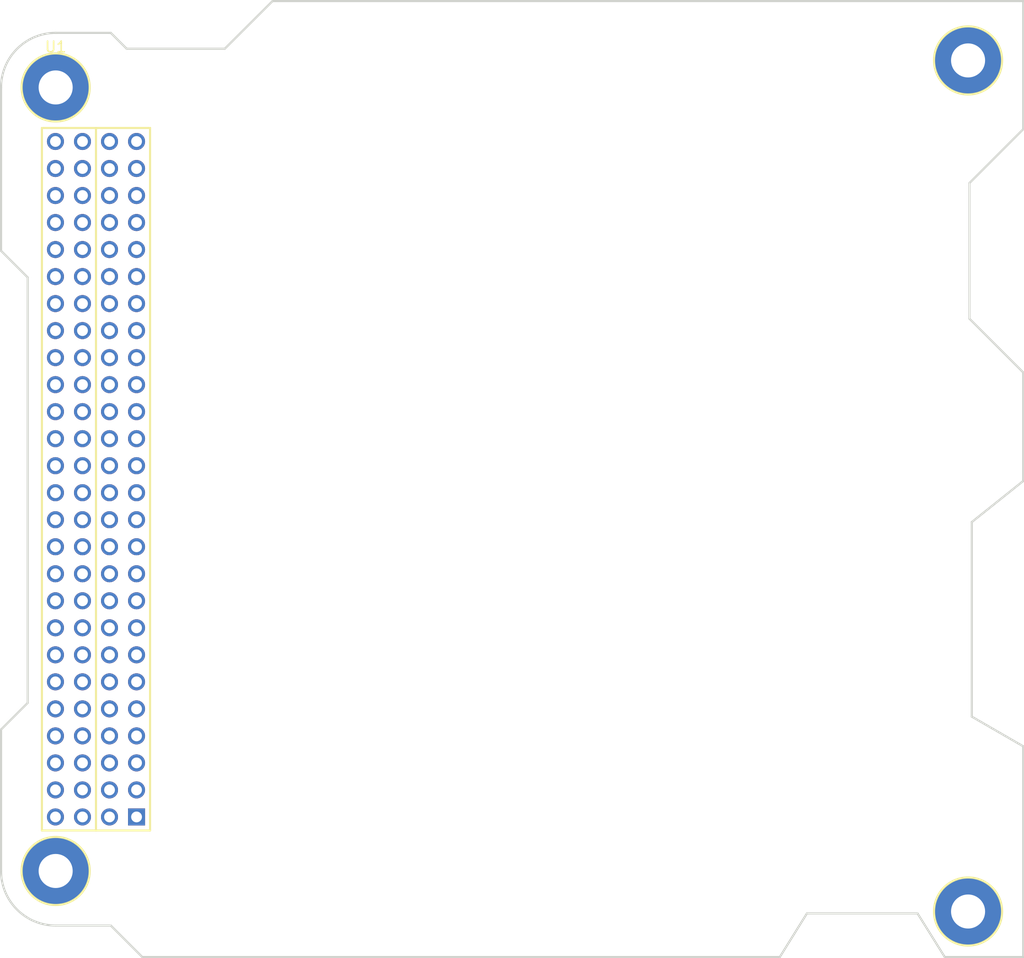
<source format=kicad_pcb>
(kicad_pcb (version 20171130) (host pcbnew "(5.1.9)-1")

  (general
    (thickness 1.6)
    (drawings 0)
    (tracks 0)
    (zones 0)
    (modules 1)
    (nets 105)
  )

  (page A4)
  (layers
    (0 F.Cu signal)
    (31 B.Cu signal)
    (32 B.Adhes user)
    (33 F.Adhes user)
    (34 B.Paste user)
    (35 F.Paste user)
    (36 B.SilkS user)
    (37 F.SilkS user)
    (38 B.Mask user)
    (39 F.Mask user)
    (40 Dwgs.User user)
    (41 Cmts.User user)
    (42 Eco1.User user)
    (43 Eco2.User user)
    (44 Edge.Cuts user)
    (45 Margin user)
    (46 B.CrtYd user)
    (47 F.CrtYd user)
    (48 B.Fab user)
    (49 F.Fab user)
  )

  (setup
    (last_trace_width 0.25)
    (trace_clearance 0.2)
    (zone_clearance 0.508)
    (zone_45_only no)
    (trace_min 0.2)
    (via_size 0.8)
    (via_drill 0.4)
    (via_min_size 0.4)
    (via_min_drill 0.3)
    (uvia_size 0.3)
    (uvia_drill 0.1)
    (uvias_allowed no)
    (uvia_min_size 0.2)
    (uvia_min_drill 0.1)
    (edge_width 0.05)
    (segment_width 0.2)
    (pcb_text_width 0.3)
    (pcb_text_size 1.5 1.5)
    (mod_edge_width 0.12)
    (mod_text_size 1 1)
    (mod_text_width 0.15)
    (pad_size 1.524 1.524)
    (pad_drill 0.762)
    (pad_to_mask_clearance 0)
    (aux_axis_origin 0 0)
    (visible_elements FFFFFF7F)
    (pcbplotparams
      (layerselection 0x010fc_ffffffff)
      (usegerberextensions false)
      (usegerberattributes true)
      (usegerberadvancedattributes true)
      (creategerberjobfile true)
      (excludeedgelayer true)
      (linewidth 0.100000)
      (plotframeref false)
      (viasonmask false)
      (mode 1)
      (useauxorigin false)
      (hpglpennumber 1)
      (hpglpenspeed 20)
      (hpglpendiameter 15.000000)
      (psnegative false)
      (psa4output false)
      (plotreference true)
      (plotvalue true)
      (plotinvisibletext false)
      (padsonsilk false)
      (subtractmaskfromsilk false)
      (outputformat 1)
      (mirror false)
      (drillshape 1)
      (scaleselection 1)
      (outputdirectory ""))
  )

  (net 0 "")
  (net 1 "Net-(U1-Pad52)")
  (net 2 "Net-(U1-Pad51)")
  (net 3 "Net-(U1-Pad50)")
  (net 4 "Net-(U1-Pad49)")
  (net 5 "Net-(U1-Pad48)")
  (net 6 "Net-(U1-Pad47)")
  (net 7 "Net-(U1-Pad46)")
  (net 8 "Net-(U1-Pad45)")
  (net 9 "Net-(U1-Pad44)")
  (net 10 "Net-(U1-Pad43)")
  (net 11 "Net-(U1-Pad42)")
  (net 12 "Net-(U1-Pad41)")
  (net 13 "Net-(U1-Pad40)")
  (net 14 "Net-(U1-Pad39)")
  (net 15 "Net-(U1-Pad38)")
  (net 16 "Net-(U1-Pad37)")
  (net 17 "Net-(U1-Pad36)")
  (net 18 "Net-(U1-Pad35)")
  (net 19 "Net-(U1-Pad34)")
  (net 20 "Net-(U1-Pad33)")
  (net 21 "Net-(U1-Pad32)")
  (net 22 "Net-(U1-Pad31)")
  (net 23 "Net-(U1-Pad30)")
  (net 24 "Net-(U1-Pad29)")
  (net 25 "Net-(U1-Pad28)")
  (net 26 "Net-(U1-Pad27)")
  (net 27 "Net-(U1-Pad26)")
  (net 28 "Net-(U1-Pad25)")
  (net 29 "Net-(U1-Pad24)")
  (net 30 "Net-(U1-Pad23)")
  (net 31 "Net-(U1-Pad22)")
  (net 32 "Net-(U1-Pad21)")
  (net 33 "Net-(U1-Pad20)")
  (net 34 "Net-(U1-Pad19)")
  (net 35 "Net-(U1-Pad18)")
  (net 36 "Net-(U1-Pad17)")
  (net 37 "Net-(U1-Pad16)")
  (net 38 "Net-(U1-Pad15)")
  (net 39 "Net-(U1-Pad14)")
  (net 40 "Net-(U1-Pad13)")
  (net 41 "Net-(U1-Pad12)")
  (net 42 "Net-(U1-Pad11)")
  (net 43 "Net-(U1-Pad10)")
  (net 44 "Net-(U1-Pad9)")
  (net 45 "Net-(U1-Pad8)")
  (net 46 "Net-(U1-Pad7)")
  (net 47 "Net-(U1-Pad6)")
  (net 48 "Net-(U1-Pad5)")
  (net 49 "Net-(U1-Pad4)")
  (net 50 "Net-(U1-Pad3)")
  (net 51 "Net-(U1-Pad2)")
  (net 52 "Net-(U1-Pad1)")
  (net 53 "Net-(U1-Pad104)")
  (net 54 "Net-(U1-Pad103)")
  (net 55 "Net-(U1-Pad102)")
  (net 56 "Net-(U1-Pad101)")
  (net 57 "Net-(U1-Pad100)")
  (net 58 "Net-(U1-Pad99)")
  (net 59 "Net-(U1-Pad98)")
  (net 60 "Net-(U1-Pad97)")
  (net 61 "Net-(U1-Pad96)")
  (net 62 "Net-(U1-Pad95)")
  (net 63 "Net-(U1-Pad94)")
  (net 64 "Net-(U1-Pad93)")
  (net 65 "Net-(U1-Pad92)")
  (net 66 "Net-(U1-Pad91)")
  (net 67 "Net-(U1-Pad90)")
  (net 68 "Net-(U1-Pad89)")
  (net 69 "Net-(U1-Pad88)")
  (net 70 "Net-(U1-Pad87)")
  (net 71 "Net-(U1-Pad86)")
  (net 72 "Net-(U1-Pad85)")
  (net 73 "Net-(U1-Pad84)")
  (net 74 "Net-(U1-Pad83)")
  (net 75 "Net-(U1-Pad82)")
  (net 76 "Net-(U1-Pad81)")
  (net 77 "Net-(U1-Pad80)")
  (net 78 "Net-(U1-Pad79)")
  (net 79 "Net-(U1-Pad78)")
  (net 80 "Net-(U1-Pad77)")
  (net 81 "Net-(U1-Pad76)")
  (net 82 "Net-(U1-Pad75)")
  (net 83 "Net-(U1-Pad74)")
  (net 84 "Net-(U1-Pad73)")
  (net 85 "Net-(U1-Pad72)")
  (net 86 "Net-(U1-Pad71)")
  (net 87 "Net-(U1-Pad70)")
  (net 88 "Net-(U1-Pad69)")
  (net 89 "Net-(U1-Pad68)")
  (net 90 "Net-(U1-Pad67)")
  (net 91 "Net-(U1-Pad66)")
  (net 92 "Net-(U1-Pad65)")
  (net 93 "Net-(U1-Pad64)")
  (net 94 "Net-(U1-Pad63)")
  (net 95 "Net-(U1-Pad62)")
  (net 96 "Net-(U1-Pad61)")
  (net 97 "Net-(U1-Pad60)")
  (net 98 "Net-(U1-Pad59)")
  (net 99 "Net-(U1-Pad58)")
  (net 100 "Net-(U1-Pad57)")
  (net 101 "Net-(U1-Pad56)")
  (net 102 "Net-(U1-Pad55)")
  (net 103 "Net-(U1-Pad54)")
  (net 104 "Net-(U1-Pad53)")

  (net_class Default "This is the default net class."
    (clearance 0.2)
    (trace_width 0.25)
    (via_dia 0.8)
    (via_drill 0.4)
    (uvia_dia 0.3)
    (uvia_drill 0.1)
    (add_net "Net-(U1-Pad1)")
    (add_net "Net-(U1-Pad10)")
    (add_net "Net-(U1-Pad100)")
    (add_net "Net-(U1-Pad101)")
    (add_net "Net-(U1-Pad102)")
    (add_net "Net-(U1-Pad103)")
    (add_net "Net-(U1-Pad104)")
    (add_net "Net-(U1-Pad11)")
    (add_net "Net-(U1-Pad12)")
    (add_net "Net-(U1-Pad13)")
    (add_net "Net-(U1-Pad14)")
    (add_net "Net-(U1-Pad15)")
    (add_net "Net-(U1-Pad16)")
    (add_net "Net-(U1-Pad17)")
    (add_net "Net-(U1-Pad18)")
    (add_net "Net-(U1-Pad19)")
    (add_net "Net-(U1-Pad2)")
    (add_net "Net-(U1-Pad20)")
    (add_net "Net-(U1-Pad21)")
    (add_net "Net-(U1-Pad22)")
    (add_net "Net-(U1-Pad23)")
    (add_net "Net-(U1-Pad24)")
    (add_net "Net-(U1-Pad25)")
    (add_net "Net-(U1-Pad26)")
    (add_net "Net-(U1-Pad27)")
    (add_net "Net-(U1-Pad28)")
    (add_net "Net-(U1-Pad29)")
    (add_net "Net-(U1-Pad3)")
    (add_net "Net-(U1-Pad30)")
    (add_net "Net-(U1-Pad31)")
    (add_net "Net-(U1-Pad32)")
    (add_net "Net-(U1-Pad33)")
    (add_net "Net-(U1-Pad34)")
    (add_net "Net-(U1-Pad35)")
    (add_net "Net-(U1-Pad36)")
    (add_net "Net-(U1-Pad37)")
    (add_net "Net-(U1-Pad38)")
    (add_net "Net-(U1-Pad39)")
    (add_net "Net-(U1-Pad4)")
    (add_net "Net-(U1-Pad40)")
    (add_net "Net-(U1-Pad41)")
    (add_net "Net-(U1-Pad42)")
    (add_net "Net-(U1-Pad43)")
    (add_net "Net-(U1-Pad44)")
    (add_net "Net-(U1-Pad45)")
    (add_net "Net-(U1-Pad46)")
    (add_net "Net-(U1-Pad47)")
    (add_net "Net-(U1-Pad48)")
    (add_net "Net-(U1-Pad49)")
    (add_net "Net-(U1-Pad5)")
    (add_net "Net-(U1-Pad50)")
    (add_net "Net-(U1-Pad51)")
    (add_net "Net-(U1-Pad52)")
    (add_net "Net-(U1-Pad53)")
    (add_net "Net-(U1-Pad54)")
    (add_net "Net-(U1-Pad55)")
    (add_net "Net-(U1-Pad56)")
    (add_net "Net-(U1-Pad57)")
    (add_net "Net-(U1-Pad58)")
    (add_net "Net-(U1-Pad59)")
    (add_net "Net-(U1-Pad6)")
    (add_net "Net-(U1-Pad60)")
    (add_net "Net-(U1-Pad61)")
    (add_net "Net-(U1-Pad62)")
    (add_net "Net-(U1-Pad63)")
    (add_net "Net-(U1-Pad64)")
    (add_net "Net-(U1-Pad65)")
    (add_net "Net-(U1-Pad66)")
    (add_net "Net-(U1-Pad67)")
    (add_net "Net-(U1-Pad68)")
    (add_net "Net-(U1-Pad69)")
    (add_net "Net-(U1-Pad7)")
    (add_net "Net-(U1-Pad70)")
    (add_net "Net-(U1-Pad71)")
    (add_net "Net-(U1-Pad72)")
    (add_net "Net-(U1-Pad73)")
    (add_net "Net-(U1-Pad74)")
    (add_net "Net-(U1-Pad75)")
    (add_net "Net-(U1-Pad76)")
    (add_net "Net-(U1-Pad77)")
    (add_net "Net-(U1-Pad78)")
    (add_net "Net-(U1-Pad79)")
    (add_net "Net-(U1-Pad8)")
    (add_net "Net-(U1-Pad80)")
    (add_net "Net-(U1-Pad81)")
    (add_net "Net-(U1-Pad82)")
    (add_net "Net-(U1-Pad83)")
    (add_net "Net-(U1-Pad84)")
    (add_net "Net-(U1-Pad85)")
    (add_net "Net-(U1-Pad86)")
    (add_net "Net-(U1-Pad87)")
    (add_net "Net-(U1-Pad88)")
    (add_net "Net-(U1-Pad89)")
    (add_net "Net-(U1-Pad9)")
    (add_net "Net-(U1-Pad90)")
    (add_net "Net-(U1-Pad91)")
    (add_net "Net-(U1-Pad92)")
    (add_net "Net-(U1-Pad93)")
    (add_net "Net-(U1-Pad94)")
    (add_net "Net-(U1-Pad95)")
    (add_net "Net-(U1-Pad96)")
    (add_net "Net-(U1-Pad97)")
    (add_net "Net-(U1-Pad98)")
    (add_net "Net-(U1-Pad99)")
  )

  (module Payload:PC104-Standard (layer F.Cu) (tedit 5BFED80A) (tstamp 602C21AD)
    (at 55.88 151.13)
    (path /602C65AC)
    (fp_text reference U1 (at 0 -77.47) (layer F.SilkS)
      (effects (font (size 1 1) (thickness 0.15)))
    )
    (fp_text value Payload (at 14.478 7.239) (layer F.Fab)
      (effects (font (size 1 1) (thickness 0.15)))
    )
    (fp_circle (center 85.73 -76.2) (end 88.93 -76.2) (layer F.SilkS) (width 0.2))
    (fp_circle (center 85.73 3.81) (end 88.93 3.81) (layer F.SilkS) (width 0.2))
    (fp_circle (center 0 0) (end 3.2 0) (layer F.SilkS) (width 0.2))
    (fp_circle (center 0 -73.66) (end 3.2 -73.66) (layer F.SilkS) (width 0.2))
    (fp_line (start 3.79 -69.85) (end 3.79 -3.81) (layer F.SilkS) (width 0.2))
    (fp_line (start -1.29 -3.81) (end -1.29 -69.85) (layer F.SilkS) (width 0.2))
    (fp_line (start 8.87 -3.81) (end -1.29 -3.81) (layer F.SilkS) (width 0.2))
    (fp_line (start 8.87 -69.85) (end 8.87 -3.81) (layer F.SilkS) (width 0.2))
    (fp_line (start -1.29 -69.85) (end 8.87 -69.85) (layer F.SilkS) (width 0.2))
    (fp_line (start 8.14 8.09) (end 5.18 5.13) (layer Edge.Cuts) (width 0.2))
    (fp_line (start 5.18 5.13) (end 0 5.13) (layer Edge.Cuts) (width 0.2))
    (fp_line (start -2.63 -55.8) (end -5.13 -58.3) (layer Edge.Cuts) (width 0.2))
    (fp_line (start -5.13 -13.3) (end -2.63 -15.8) (layer Edge.Cuts) (width 0.2))
    (fp_line (start -5.13 -58.3) (end -5.13 -73.66) (layer Edge.Cuts) (width 0.2))
    (fp_line (start -2.63 -15.8) (end -2.63 -55.8) (layer Edge.Cuts) (width 0.2))
    (fp_line (start 70.59 3.99) (end 68.04 8.09) (layer Edge.Cuts) (width 0.2))
    (fp_line (start 68.04 8.09) (end 8.14 8.09) (layer Edge.Cuts) (width 0.2))
    (fp_line (start 83.54 8.09) (end 80.98 3.99) (layer Edge.Cuts) (width 0.2))
    (fp_line (start 80.98 3.99) (end 70.59 3.99) (layer Edge.Cuts) (width 0.2))
    (fp_line (start 90.91 8.09) (end 83.54 8.09) (layer Edge.Cuts) (width 0.2))
    (fp_line (start 86.08 -14.51) (end 90.91 -11.72) (layer Edge.Cuts) (width 0.2))
    (fp_line (start 90.91 -11.72) (end 90.91 8.09) (layer Edge.Cuts) (width 0.2))
    (fp_line (start 90.91 -36.66) (end 86.08 -32.8) (layer Edge.Cuts) (width 0.2))
    (fp_line (start 86.08 -32.8) (end 86.08 -14.51) (layer Edge.Cuts) (width 0.2))
    (fp_line (start 85.86 -51.92) (end 90.91 -46.87) (layer Edge.Cuts) (width 0.2))
    (fp_line (start 90.91 -46.87) (end 90.91 -36.66) (layer Edge.Cuts) (width 0.2))
    (fp_line (start 90.91 -69.73) (end 85.86 -64.67) (layer Edge.Cuts) (width 0.2))
    (fp_line (start 85.86 -64.67) (end 85.86 -51.92) (layer Edge.Cuts) (width 0.2))
    (fp_line (start 90.91 -81.78) (end 90.91 -69.73) (layer Edge.Cuts) (width 0.2))
    (fp_line (start 15.89 -77.3) (end 20.38 -81.78) (layer Edge.Cuts) (width 0.2))
    (fp_line (start 20.38 -81.78) (end 90.91 -81.78) (layer Edge.Cuts) (width 0.2))
    (fp_line (start 5.18 -78.79) (end 6.67 -77.3) (layer Edge.Cuts) (width 0.2))
    (fp_line (start 6.67 -77.3) (end 15.89 -77.3) (layer Edge.Cuts) (width 0.2))
    (fp_line (start 5.18 -78.79) (end 0 -78.79) (layer Edge.Cuts) (width 0.2))
    (fp_line (start -5.13 -13.3) (end -5.13 0) (layer Edge.Cuts) (width 0.2))
    (fp_arc (start 0 -73.66) (end 0 -78.79) (angle -90) (layer Edge.Cuts) (width 0.2))
    (fp_arc (start 0 0) (end -5.13 0) (angle -90) (layer Edge.Cuts) (width 0.2))
    (pad "" thru_hole circle (at 0 0) (size 6.35 6.35) (drill 3.2) (layers *.Cu *.Mask))
    (pad "" thru_hole circle (at 0 -73.66) (size 6.35 6.35) (drill 3.2) (layers *.Cu *.Mask))
    (pad 52 thru_hole circle (at 5.06 -68.58) (size 1.6 1.6) (drill 1.016) (layers *.Cu *.Mask)
      (net 1 "Net-(U1-Pad52)"))
    (pad 51 thru_hole circle (at 7.6 -68.58) (size 1.6 1.6) (drill 1.016) (layers *.Cu *.Mask)
      (net 2 "Net-(U1-Pad51)"))
    (pad 50 thru_hole circle (at 5.06 -66.04) (size 1.6 1.6) (drill 1.016) (layers *.Cu *.Mask)
      (net 3 "Net-(U1-Pad50)"))
    (pad 49 thru_hole circle (at 7.6 -66.04) (size 1.6 1.6) (drill 1.016) (layers *.Cu *.Mask)
      (net 4 "Net-(U1-Pad49)"))
    (pad 48 thru_hole circle (at 5.06 -63.5) (size 1.6 1.6) (drill 1.016) (layers *.Cu *.Mask)
      (net 5 "Net-(U1-Pad48)"))
    (pad 47 thru_hole circle (at 7.6 -63.5) (size 1.6 1.6) (drill 1.016) (layers *.Cu *.Mask)
      (net 6 "Net-(U1-Pad47)"))
    (pad 46 thru_hole circle (at 5.06 -60.96) (size 1.6 1.6) (drill 1.016) (layers *.Cu *.Mask)
      (net 7 "Net-(U1-Pad46)"))
    (pad 45 thru_hole circle (at 7.6 -60.96) (size 1.6 1.6) (drill 1.016) (layers *.Cu *.Mask)
      (net 8 "Net-(U1-Pad45)"))
    (pad 44 thru_hole circle (at 5.06 -58.42) (size 1.6 1.6) (drill 1.016) (layers *.Cu *.Mask)
      (net 9 "Net-(U1-Pad44)"))
    (pad 43 thru_hole circle (at 7.6 -58.42) (size 1.6 1.6) (drill 1.016) (layers *.Cu *.Mask)
      (net 10 "Net-(U1-Pad43)"))
    (pad 42 thru_hole circle (at 5.06 -55.88) (size 1.6 1.6) (drill 1.016) (layers *.Cu *.Mask)
      (net 11 "Net-(U1-Pad42)"))
    (pad 41 thru_hole circle (at 7.6 -55.88) (size 1.6 1.6) (drill 1.016) (layers *.Cu *.Mask)
      (net 12 "Net-(U1-Pad41)"))
    (pad 40 thru_hole circle (at 5.06 -53.34) (size 1.6 1.6) (drill 1.016) (layers *.Cu *.Mask)
      (net 13 "Net-(U1-Pad40)"))
    (pad 39 thru_hole circle (at 7.6 -53.34) (size 1.6 1.6) (drill 1.016) (layers *.Cu *.Mask)
      (net 14 "Net-(U1-Pad39)"))
    (pad 38 thru_hole circle (at 5.06 -50.8) (size 1.6 1.6) (drill 1.016) (layers *.Cu *.Mask)
      (net 15 "Net-(U1-Pad38)"))
    (pad 37 thru_hole circle (at 7.6 -50.8) (size 1.6 1.6) (drill 1.016) (layers *.Cu *.Mask)
      (net 16 "Net-(U1-Pad37)"))
    (pad 36 thru_hole circle (at 5.06 -48.26) (size 1.6 1.6) (drill 1.016) (layers *.Cu *.Mask)
      (net 17 "Net-(U1-Pad36)"))
    (pad 35 thru_hole circle (at 7.6 -48.26) (size 1.6 1.6) (drill 1.016) (layers *.Cu *.Mask)
      (net 18 "Net-(U1-Pad35)"))
    (pad 34 thru_hole circle (at 5.06 -45.72) (size 1.6 1.6) (drill 1.016) (layers *.Cu *.Mask)
      (net 19 "Net-(U1-Pad34)"))
    (pad 33 thru_hole circle (at 7.6 -45.72) (size 1.6 1.6) (drill 1.016) (layers *.Cu *.Mask)
      (net 20 "Net-(U1-Pad33)"))
    (pad 32 thru_hole circle (at 5.06 -43.18) (size 1.6 1.6) (drill 1.016) (layers *.Cu *.Mask)
      (net 21 "Net-(U1-Pad32)"))
    (pad 31 thru_hole circle (at 7.6 -43.18) (size 1.6 1.6) (drill 1.016) (layers *.Cu *.Mask)
      (net 22 "Net-(U1-Pad31)"))
    (pad 30 thru_hole circle (at 5.06 -40.64) (size 1.6 1.6) (drill 1.016) (layers *.Cu *.Mask)
      (net 23 "Net-(U1-Pad30)"))
    (pad 29 thru_hole circle (at 7.6 -40.64) (size 1.6 1.6) (drill 1.016) (layers *.Cu *.Mask)
      (net 24 "Net-(U1-Pad29)"))
    (pad 28 thru_hole circle (at 5.06 -38.1) (size 1.6 1.6) (drill 1.016) (layers *.Cu *.Mask)
      (net 25 "Net-(U1-Pad28)"))
    (pad 27 thru_hole circle (at 7.6 -38.1) (size 1.6 1.6) (drill 1.016) (layers *.Cu *.Mask)
      (net 26 "Net-(U1-Pad27)"))
    (pad 26 thru_hole circle (at 5.06 -35.56) (size 1.6 1.6) (drill 1.016) (layers *.Cu *.Mask)
      (net 27 "Net-(U1-Pad26)"))
    (pad 25 thru_hole circle (at 7.6 -35.56) (size 1.6 1.6) (drill 1.016) (layers *.Cu *.Mask)
      (net 28 "Net-(U1-Pad25)"))
    (pad 24 thru_hole circle (at 5.06 -33.02) (size 1.6 1.6) (drill 1.016) (layers *.Cu *.Mask)
      (net 29 "Net-(U1-Pad24)"))
    (pad 23 thru_hole circle (at 7.6 -33.02) (size 1.6 1.6) (drill 1.016) (layers *.Cu *.Mask)
      (net 30 "Net-(U1-Pad23)"))
    (pad 22 thru_hole circle (at 5.06 -30.48) (size 1.6 1.6) (drill 1.016) (layers *.Cu *.Mask)
      (net 31 "Net-(U1-Pad22)"))
    (pad 21 thru_hole circle (at 7.6 -30.48) (size 1.6 1.6) (drill 1.016) (layers *.Cu *.Mask)
      (net 32 "Net-(U1-Pad21)"))
    (pad 20 thru_hole circle (at 5.06 -27.94) (size 1.6 1.6) (drill 1.016) (layers *.Cu *.Mask)
      (net 33 "Net-(U1-Pad20)"))
    (pad 19 thru_hole circle (at 7.6 -27.94) (size 1.6 1.6) (drill 1.016) (layers *.Cu *.Mask)
      (net 34 "Net-(U1-Pad19)"))
    (pad 18 thru_hole circle (at 5.06 -25.4) (size 1.6 1.6) (drill 1.016) (layers *.Cu *.Mask)
      (net 35 "Net-(U1-Pad18)"))
    (pad 17 thru_hole circle (at 7.6 -25.4) (size 1.6 1.6) (drill 1.016) (layers *.Cu *.Mask)
      (net 36 "Net-(U1-Pad17)"))
    (pad 16 thru_hole circle (at 5.06 -22.86) (size 1.6 1.6) (drill 1.016) (layers *.Cu *.Mask)
      (net 37 "Net-(U1-Pad16)"))
    (pad 15 thru_hole circle (at 7.6 -22.86) (size 1.6 1.6) (drill 1.016) (layers *.Cu *.Mask)
      (net 38 "Net-(U1-Pad15)"))
    (pad 14 thru_hole circle (at 5.06 -20.32) (size 1.6 1.6) (drill 1.016) (layers *.Cu *.Mask)
      (net 39 "Net-(U1-Pad14)"))
    (pad 13 thru_hole circle (at 7.6 -20.32) (size 1.6 1.6) (drill 1.016) (layers *.Cu *.Mask)
      (net 40 "Net-(U1-Pad13)"))
    (pad 12 thru_hole circle (at 5.06 -17.78) (size 1.6 1.6) (drill 1.016) (layers *.Cu *.Mask)
      (net 41 "Net-(U1-Pad12)"))
    (pad 11 thru_hole circle (at 7.6 -17.78) (size 1.6 1.6) (drill 1.016) (layers *.Cu *.Mask)
      (net 42 "Net-(U1-Pad11)"))
    (pad 10 thru_hole circle (at 5.06 -15.24) (size 1.6 1.6) (drill 1.016) (layers *.Cu *.Mask)
      (net 43 "Net-(U1-Pad10)"))
    (pad 9 thru_hole circle (at 7.6 -15.24) (size 1.6 1.6) (drill 1.016) (layers *.Cu *.Mask)
      (net 44 "Net-(U1-Pad9)"))
    (pad 8 thru_hole circle (at 5.06 -12.7) (size 1.6 1.6) (drill 1.016) (layers *.Cu *.Mask)
      (net 45 "Net-(U1-Pad8)"))
    (pad 7 thru_hole circle (at 7.6 -12.7) (size 1.6 1.6) (drill 1.016) (layers *.Cu *.Mask)
      (net 46 "Net-(U1-Pad7)"))
    (pad 6 thru_hole circle (at 5.06 -10.16) (size 1.6 1.6) (drill 1.016) (layers *.Cu *.Mask)
      (net 47 "Net-(U1-Pad6)"))
    (pad 5 thru_hole circle (at 7.6 -10.16) (size 1.6 1.6) (drill 1.016) (layers *.Cu *.Mask)
      (net 48 "Net-(U1-Pad5)"))
    (pad 4 thru_hole circle (at 5.06 -7.62) (size 1.6 1.6) (drill 1.016) (layers *.Cu *.Mask)
      (net 49 "Net-(U1-Pad4)"))
    (pad 3 thru_hole circle (at 7.6 -7.62) (size 1.6 1.6) (drill 1.016) (layers *.Cu *.Mask)
      (net 50 "Net-(U1-Pad3)"))
    (pad 2 thru_hole circle (at 5.06 -5.08) (size 1.6 1.6) (drill 1.016) (layers *.Cu *.Mask)
      (net 51 "Net-(U1-Pad2)"))
    (pad 1 thru_hole rect (at 7.6 -5.08) (size 1.6 1.6) (drill 1.016) (layers *.Cu *.Mask)
      (net 52 "Net-(U1-Pad1)"))
    (pad 104 thru_hole circle (at -0.02 -68.58) (size 1.6 1.6) (drill 1.016) (layers *.Cu *.Mask)
      (net 53 "Net-(U1-Pad104)"))
    (pad 103 thru_hole circle (at 2.52 -68.58) (size 1.6 1.6) (drill 1.016) (layers *.Cu *.Mask)
      (net 54 "Net-(U1-Pad103)"))
    (pad 102 thru_hole circle (at -0.02 -66.04) (size 1.6 1.6) (drill 1.016) (layers *.Cu *.Mask)
      (net 55 "Net-(U1-Pad102)"))
    (pad 101 thru_hole circle (at 2.52 -66.04) (size 1.6 1.6) (drill 1.016) (layers *.Cu *.Mask)
      (net 56 "Net-(U1-Pad101)"))
    (pad 100 thru_hole circle (at -0.02 -63.5) (size 1.6 1.6) (drill 1.016) (layers *.Cu *.Mask)
      (net 57 "Net-(U1-Pad100)"))
    (pad 99 thru_hole circle (at 2.52 -63.5) (size 1.6 1.6) (drill 1.016) (layers *.Cu *.Mask)
      (net 58 "Net-(U1-Pad99)"))
    (pad 98 thru_hole circle (at -0.02 -60.96) (size 1.6 1.6) (drill 1.016) (layers *.Cu *.Mask)
      (net 59 "Net-(U1-Pad98)"))
    (pad 97 thru_hole circle (at 2.52 -60.96) (size 1.6 1.6) (drill 1.016) (layers *.Cu *.Mask)
      (net 60 "Net-(U1-Pad97)"))
    (pad 96 thru_hole circle (at -0.02 -58.42) (size 1.6 1.6) (drill 1.016) (layers *.Cu *.Mask)
      (net 61 "Net-(U1-Pad96)"))
    (pad 95 thru_hole circle (at 2.52 -58.42) (size 1.6 1.6) (drill 1.016) (layers *.Cu *.Mask)
      (net 62 "Net-(U1-Pad95)"))
    (pad 94 thru_hole circle (at -0.02 -55.88) (size 1.6 1.6) (drill 1.016) (layers *.Cu *.Mask)
      (net 63 "Net-(U1-Pad94)"))
    (pad 93 thru_hole circle (at 2.52 -55.88) (size 1.6 1.6) (drill 1.016) (layers *.Cu *.Mask)
      (net 64 "Net-(U1-Pad93)"))
    (pad 92 thru_hole circle (at -0.02 -53.34) (size 1.6 1.6) (drill 1.016) (layers *.Cu *.Mask)
      (net 65 "Net-(U1-Pad92)"))
    (pad 91 thru_hole circle (at 2.52 -53.34) (size 1.6 1.6) (drill 1.016) (layers *.Cu *.Mask)
      (net 66 "Net-(U1-Pad91)"))
    (pad 90 thru_hole circle (at -0.02 -50.8) (size 1.6 1.6) (drill 1.016) (layers *.Cu *.Mask)
      (net 67 "Net-(U1-Pad90)"))
    (pad 89 thru_hole circle (at 2.52 -50.8) (size 1.6 1.6) (drill 1.016) (layers *.Cu *.Mask)
      (net 68 "Net-(U1-Pad89)"))
    (pad 88 thru_hole circle (at -0.02 -48.26) (size 1.6 1.6) (drill 1.016) (layers *.Cu *.Mask)
      (net 69 "Net-(U1-Pad88)"))
    (pad 87 thru_hole circle (at 2.52 -48.26) (size 1.6 1.6) (drill 1.016) (layers *.Cu *.Mask)
      (net 70 "Net-(U1-Pad87)"))
    (pad 86 thru_hole circle (at -0.02 -45.72) (size 1.6 1.6) (drill 1.016) (layers *.Cu *.Mask)
      (net 71 "Net-(U1-Pad86)"))
    (pad 85 thru_hole circle (at 2.52 -45.72) (size 1.6 1.6) (drill 1.016) (layers *.Cu *.Mask)
      (net 72 "Net-(U1-Pad85)"))
    (pad 84 thru_hole circle (at -0.02 -43.18) (size 1.6 1.6) (drill 1.016) (layers *.Cu *.Mask)
      (net 73 "Net-(U1-Pad84)"))
    (pad 83 thru_hole circle (at 2.52 -43.18) (size 1.6 1.6) (drill 1.016) (layers *.Cu *.Mask)
      (net 74 "Net-(U1-Pad83)"))
    (pad 82 thru_hole circle (at -0.02 -40.64) (size 1.6 1.6) (drill 1.016) (layers *.Cu *.Mask)
      (net 75 "Net-(U1-Pad82)"))
    (pad 81 thru_hole circle (at 2.52 -40.64) (size 1.6 1.6) (drill 1.016) (layers *.Cu *.Mask)
      (net 76 "Net-(U1-Pad81)"))
    (pad 80 thru_hole circle (at -0.02 -38.1) (size 1.6 1.6) (drill 1.016) (layers *.Cu *.Mask)
      (net 77 "Net-(U1-Pad80)"))
    (pad 79 thru_hole circle (at 2.52 -38.1) (size 1.6 1.6) (drill 1.016) (layers *.Cu *.Mask)
      (net 78 "Net-(U1-Pad79)"))
    (pad 78 thru_hole circle (at -0.02 -35.56) (size 1.6 1.6) (drill 1.016) (layers *.Cu *.Mask)
      (net 79 "Net-(U1-Pad78)"))
    (pad 77 thru_hole circle (at 2.52 -35.56) (size 1.6 1.6) (drill 1.016) (layers *.Cu *.Mask)
      (net 80 "Net-(U1-Pad77)"))
    (pad 76 thru_hole circle (at -0.02 -33.02) (size 1.6 1.6) (drill 1.016) (layers *.Cu *.Mask)
      (net 81 "Net-(U1-Pad76)"))
    (pad 75 thru_hole circle (at 2.52 -33.02) (size 1.6 1.6) (drill 1.016) (layers *.Cu *.Mask)
      (net 82 "Net-(U1-Pad75)"))
    (pad 74 thru_hole circle (at -0.02 -30.48) (size 1.6 1.6) (drill 1.016) (layers *.Cu *.Mask)
      (net 83 "Net-(U1-Pad74)"))
    (pad 73 thru_hole circle (at 2.52 -30.48) (size 1.6 1.6) (drill 1.016) (layers *.Cu *.Mask)
      (net 84 "Net-(U1-Pad73)"))
    (pad 72 thru_hole circle (at -0.02 -27.94) (size 1.6 1.6) (drill 1.016) (layers *.Cu *.Mask)
      (net 85 "Net-(U1-Pad72)"))
    (pad 71 thru_hole circle (at 2.52 -27.94) (size 1.6 1.6) (drill 1.016) (layers *.Cu *.Mask)
      (net 86 "Net-(U1-Pad71)"))
    (pad 70 thru_hole circle (at -0.02 -25.4) (size 1.6 1.6) (drill 1.016) (layers *.Cu *.Mask)
      (net 87 "Net-(U1-Pad70)"))
    (pad 69 thru_hole circle (at 2.52 -25.4) (size 1.6 1.6) (drill 1.016) (layers *.Cu *.Mask)
      (net 88 "Net-(U1-Pad69)"))
    (pad 68 thru_hole circle (at -0.02 -22.86) (size 1.6 1.6) (drill 1.016) (layers *.Cu *.Mask)
      (net 89 "Net-(U1-Pad68)"))
    (pad 67 thru_hole circle (at 2.52 -22.86) (size 1.6 1.6) (drill 1.016) (layers *.Cu *.Mask)
      (net 90 "Net-(U1-Pad67)"))
    (pad 66 thru_hole circle (at -0.02 -20.32) (size 1.6 1.6) (drill 1.016) (layers *.Cu *.Mask)
      (net 91 "Net-(U1-Pad66)"))
    (pad 65 thru_hole circle (at 2.52 -20.32) (size 1.6 1.6) (drill 1.016) (layers *.Cu *.Mask)
      (net 92 "Net-(U1-Pad65)"))
    (pad 64 thru_hole circle (at -0.02 -17.78) (size 1.6 1.6) (drill 1.016) (layers *.Cu *.Mask)
      (net 93 "Net-(U1-Pad64)"))
    (pad 63 thru_hole circle (at 2.52 -17.78) (size 1.6 1.6) (drill 1.016) (layers *.Cu *.Mask)
      (net 94 "Net-(U1-Pad63)"))
    (pad 62 thru_hole circle (at -0.02 -15.24) (size 1.6 1.6) (drill 1.016) (layers *.Cu *.Mask)
      (net 95 "Net-(U1-Pad62)"))
    (pad 61 thru_hole circle (at 2.52 -15.24) (size 1.6 1.6) (drill 1.016) (layers *.Cu *.Mask)
      (net 96 "Net-(U1-Pad61)"))
    (pad 60 thru_hole circle (at -0.02 -12.7) (size 1.6 1.6) (drill 1.016) (layers *.Cu *.Mask)
      (net 97 "Net-(U1-Pad60)"))
    (pad 59 thru_hole circle (at 2.52 -12.7) (size 1.6 1.6) (drill 1.016) (layers *.Cu *.Mask)
      (net 98 "Net-(U1-Pad59)"))
    (pad 58 thru_hole circle (at -0.02 -10.16) (size 1.6 1.6) (drill 1.016) (layers *.Cu *.Mask)
      (net 99 "Net-(U1-Pad58)"))
    (pad 57 thru_hole circle (at 2.52 -10.16 90) (size 1.6 1.6) (drill 1.016) (layers *.Cu *.Mask)
      (net 100 "Net-(U1-Pad57)"))
    (pad 56 thru_hole circle (at -0.02 -7.62) (size 1.6 1.6) (drill 1.016) (layers *.Cu *.Mask)
      (net 101 "Net-(U1-Pad56)"))
    (pad 55 thru_hole circle (at 2.52 -7.62) (size 1.6 1.6) (drill 1.016) (layers *.Cu *.Mask)
      (net 102 "Net-(U1-Pad55)"))
    (pad 54 thru_hole circle (at -0.02 -5.08) (size 1.6 1.6) (drill 1.016) (layers *.Cu *.Mask)
      (net 103 "Net-(U1-Pad54)"))
    (pad 53 thru_hole circle (at 2.52 -5.08) (size 1.6 1.6) (drill 1.016) (layers *.Cu *.Mask)
      (net 104 "Net-(U1-Pad53)"))
    (pad "" thru_hole circle (at 85.73 3.81) (size 6.35 6.35) (drill 3.2) (layers *.Cu *.Mask))
    (pad "" thru_hole circle (at 85.73 -76.2) (size 6.35 6.35) (drill 3.2) (layers *.Cu *.Mask))
    (model ${KISYS3DMOD}/Connector_PinSocket_2.54mm.3dshapes/PinSocket_2x26_P2.54mm_Vertical.step
      (offset (xyz 5.05 5.35 0))
      (scale (xyz 1 1 1))
      (rotate (xyz 0 0 -180))
    )
    (model ${KISYS3DMOD}/Connector_PinSocket_2.54mm.3dshapes/PinSocket_2x26_P2.54mm_Vertical.step
      (offset (xyz -0.03 5.35 0))
      (scale (xyz 1 1 1))
      (rotate (xyz 0 0 180))
    )
  )

)

</source>
